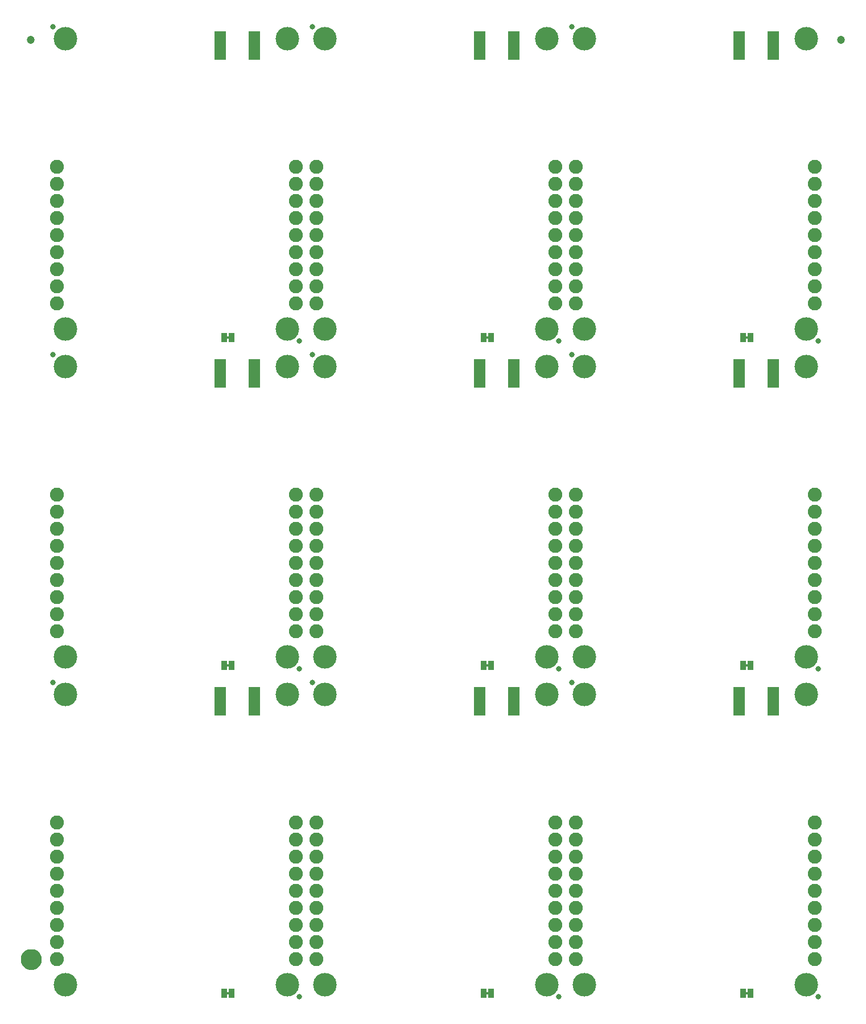
<source format=gbs>
G04 EAGLE Gerber RS-274X export*
G75*
%MOMM*%
%FSLAX34Y34*%
%LPD*%
%INSoldermask Bottom*%
%IPPOS*%
%AMOC8*
5,1,8,0,0,1.08239X$1,22.5*%
G01*
%ADD10C,0.838200*%
%ADD11C,3.505200*%
%ADD12R,0.863600X1.473200*%
%ADD13R,1.703200X4.203200*%
%ADD14C,2.082800*%
%ADD15C,1.203200*%
%ADD16C,1.270000*%
%ADD17C,1.703200*%

G36*
X1040830Y986167D02*
X1040830Y986167D01*
X1040896Y986169D01*
X1040939Y986187D01*
X1040986Y986195D01*
X1041043Y986229D01*
X1041103Y986254D01*
X1041138Y986285D01*
X1041179Y986310D01*
X1041221Y986361D01*
X1041269Y986405D01*
X1041291Y986447D01*
X1041320Y986484D01*
X1041341Y986546D01*
X1041372Y986605D01*
X1041380Y986659D01*
X1041392Y986696D01*
X1041391Y986736D01*
X1041399Y986790D01*
X1041399Y989330D01*
X1041388Y989395D01*
X1041386Y989461D01*
X1041368Y989504D01*
X1041360Y989551D01*
X1041326Y989608D01*
X1041301Y989668D01*
X1041270Y989703D01*
X1041245Y989744D01*
X1041194Y989786D01*
X1041150Y989834D01*
X1041108Y989856D01*
X1041071Y989885D01*
X1041009Y989906D01*
X1040950Y989937D01*
X1040896Y989945D01*
X1040859Y989957D01*
X1040819Y989956D01*
X1040765Y989964D01*
X1036955Y989964D01*
X1036890Y989953D01*
X1036824Y989951D01*
X1036781Y989933D01*
X1036734Y989925D01*
X1036677Y989891D01*
X1036617Y989866D01*
X1036582Y989835D01*
X1036541Y989810D01*
X1036500Y989759D01*
X1036451Y989715D01*
X1036429Y989673D01*
X1036400Y989636D01*
X1036379Y989574D01*
X1036348Y989515D01*
X1036340Y989461D01*
X1036328Y989424D01*
X1036328Y989421D01*
X1036329Y989384D01*
X1036321Y989330D01*
X1036321Y986790D01*
X1036332Y986725D01*
X1036334Y986659D01*
X1036352Y986616D01*
X1036360Y986569D01*
X1036394Y986512D01*
X1036419Y986452D01*
X1036450Y986417D01*
X1036475Y986376D01*
X1036526Y986335D01*
X1036570Y986286D01*
X1036612Y986264D01*
X1036649Y986235D01*
X1036711Y986214D01*
X1036770Y986183D01*
X1036824Y986175D01*
X1036861Y986163D01*
X1036901Y986164D01*
X1036955Y986156D01*
X1040765Y986156D01*
X1040830Y986167D01*
G37*
G36*
X654750Y986167D02*
X654750Y986167D01*
X654816Y986169D01*
X654859Y986187D01*
X654906Y986195D01*
X654963Y986229D01*
X655023Y986254D01*
X655058Y986285D01*
X655099Y986310D01*
X655141Y986361D01*
X655189Y986405D01*
X655211Y986447D01*
X655240Y986484D01*
X655261Y986546D01*
X655292Y986605D01*
X655300Y986659D01*
X655312Y986696D01*
X655311Y986736D01*
X655319Y986790D01*
X655319Y989330D01*
X655308Y989395D01*
X655306Y989461D01*
X655288Y989504D01*
X655280Y989551D01*
X655246Y989608D01*
X655221Y989668D01*
X655190Y989703D01*
X655165Y989744D01*
X655114Y989786D01*
X655070Y989834D01*
X655028Y989856D01*
X654991Y989885D01*
X654929Y989906D01*
X654870Y989937D01*
X654816Y989945D01*
X654779Y989957D01*
X654739Y989956D01*
X654685Y989964D01*
X650875Y989964D01*
X650810Y989953D01*
X650744Y989951D01*
X650701Y989933D01*
X650654Y989925D01*
X650597Y989891D01*
X650537Y989866D01*
X650502Y989835D01*
X650461Y989810D01*
X650420Y989759D01*
X650371Y989715D01*
X650349Y989673D01*
X650320Y989636D01*
X650299Y989574D01*
X650268Y989515D01*
X650260Y989461D01*
X650248Y989424D01*
X650248Y989421D01*
X650249Y989384D01*
X650241Y989330D01*
X650241Y986790D01*
X650252Y986725D01*
X650254Y986659D01*
X650272Y986616D01*
X650280Y986569D01*
X650314Y986512D01*
X650339Y986452D01*
X650370Y986417D01*
X650395Y986376D01*
X650446Y986335D01*
X650490Y986286D01*
X650532Y986264D01*
X650569Y986235D01*
X650631Y986214D01*
X650690Y986183D01*
X650744Y986175D01*
X650781Y986163D01*
X650821Y986164D01*
X650875Y986156D01*
X654685Y986156D01*
X654750Y986167D01*
G37*
G36*
X268670Y986167D02*
X268670Y986167D01*
X268736Y986169D01*
X268779Y986187D01*
X268826Y986195D01*
X268883Y986229D01*
X268943Y986254D01*
X268978Y986285D01*
X269019Y986310D01*
X269061Y986361D01*
X269109Y986405D01*
X269131Y986447D01*
X269160Y986484D01*
X269181Y986546D01*
X269212Y986605D01*
X269220Y986659D01*
X269232Y986696D01*
X269231Y986736D01*
X269239Y986790D01*
X269239Y989330D01*
X269228Y989395D01*
X269226Y989461D01*
X269208Y989504D01*
X269200Y989551D01*
X269166Y989608D01*
X269141Y989668D01*
X269110Y989703D01*
X269085Y989744D01*
X269034Y989786D01*
X268990Y989834D01*
X268948Y989856D01*
X268911Y989885D01*
X268849Y989906D01*
X268790Y989937D01*
X268736Y989945D01*
X268699Y989957D01*
X268659Y989956D01*
X268605Y989964D01*
X264795Y989964D01*
X264730Y989953D01*
X264664Y989951D01*
X264621Y989933D01*
X264574Y989925D01*
X264517Y989891D01*
X264457Y989866D01*
X264422Y989835D01*
X264381Y989810D01*
X264340Y989759D01*
X264291Y989715D01*
X264269Y989673D01*
X264240Y989636D01*
X264219Y989574D01*
X264188Y989515D01*
X264180Y989461D01*
X264168Y989424D01*
X264168Y989421D01*
X264169Y989384D01*
X264161Y989330D01*
X264161Y986790D01*
X264172Y986725D01*
X264174Y986659D01*
X264192Y986616D01*
X264200Y986569D01*
X264234Y986512D01*
X264259Y986452D01*
X264290Y986417D01*
X264315Y986376D01*
X264366Y986335D01*
X264410Y986286D01*
X264452Y986264D01*
X264489Y986235D01*
X264551Y986214D01*
X264610Y986183D01*
X264664Y986175D01*
X264701Y986163D01*
X264741Y986164D01*
X264795Y986156D01*
X268605Y986156D01*
X268670Y986167D01*
G37*
G36*
X1040830Y498487D02*
X1040830Y498487D01*
X1040896Y498489D01*
X1040939Y498507D01*
X1040986Y498515D01*
X1041043Y498549D01*
X1041103Y498574D01*
X1041138Y498605D01*
X1041179Y498630D01*
X1041221Y498681D01*
X1041269Y498725D01*
X1041291Y498767D01*
X1041320Y498804D01*
X1041341Y498866D01*
X1041372Y498925D01*
X1041380Y498979D01*
X1041392Y499016D01*
X1041391Y499056D01*
X1041399Y499110D01*
X1041399Y501650D01*
X1041388Y501715D01*
X1041386Y501781D01*
X1041368Y501824D01*
X1041360Y501871D01*
X1041326Y501928D01*
X1041301Y501988D01*
X1041270Y502023D01*
X1041245Y502064D01*
X1041194Y502106D01*
X1041150Y502154D01*
X1041108Y502176D01*
X1041071Y502205D01*
X1041009Y502226D01*
X1040950Y502257D01*
X1040896Y502265D01*
X1040859Y502277D01*
X1040819Y502276D01*
X1040765Y502284D01*
X1036955Y502284D01*
X1036890Y502273D01*
X1036824Y502271D01*
X1036781Y502253D01*
X1036734Y502245D01*
X1036677Y502211D01*
X1036617Y502186D01*
X1036582Y502155D01*
X1036541Y502130D01*
X1036500Y502079D01*
X1036451Y502035D01*
X1036429Y501993D01*
X1036400Y501956D01*
X1036379Y501894D01*
X1036348Y501835D01*
X1036340Y501781D01*
X1036328Y501744D01*
X1036328Y501741D01*
X1036329Y501704D01*
X1036321Y501650D01*
X1036321Y499110D01*
X1036332Y499045D01*
X1036334Y498979D01*
X1036352Y498936D01*
X1036360Y498889D01*
X1036394Y498832D01*
X1036419Y498772D01*
X1036450Y498737D01*
X1036475Y498696D01*
X1036526Y498655D01*
X1036570Y498606D01*
X1036612Y498584D01*
X1036649Y498555D01*
X1036711Y498534D01*
X1036770Y498503D01*
X1036824Y498495D01*
X1036861Y498483D01*
X1036901Y498484D01*
X1036955Y498476D01*
X1040765Y498476D01*
X1040830Y498487D01*
G37*
G36*
X654750Y498487D02*
X654750Y498487D01*
X654816Y498489D01*
X654859Y498507D01*
X654906Y498515D01*
X654963Y498549D01*
X655023Y498574D01*
X655058Y498605D01*
X655099Y498630D01*
X655141Y498681D01*
X655189Y498725D01*
X655211Y498767D01*
X655240Y498804D01*
X655261Y498866D01*
X655292Y498925D01*
X655300Y498979D01*
X655312Y499016D01*
X655311Y499056D01*
X655319Y499110D01*
X655319Y501650D01*
X655308Y501715D01*
X655306Y501781D01*
X655288Y501824D01*
X655280Y501871D01*
X655246Y501928D01*
X655221Y501988D01*
X655190Y502023D01*
X655165Y502064D01*
X655114Y502106D01*
X655070Y502154D01*
X655028Y502176D01*
X654991Y502205D01*
X654929Y502226D01*
X654870Y502257D01*
X654816Y502265D01*
X654779Y502277D01*
X654739Y502276D01*
X654685Y502284D01*
X650875Y502284D01*
X650810Y502273D01*
X650744Y502271D01*
X650701Y502253D01*
X650654Y502245D01*
X650597Y502211D01*
X650537Y502186D01*
X650502Y502155D01*
X650461Y502130D01*
X650420Y502079D01*
X650371Y502035D01*
X650349Y501993D01*
X650320Y501956D01*
X650299Y501894D01*
X650268Y501835D01*
X650260Y501781D01*
X650248Y501744D01*
X650248Y501741D01*
X650249Y501704D01*
X650241Y501650D01*
X650241Y499110D01*
X650252Y499045D01*
X650254Y498979D01*
X650272Y498936D01*
X650280Y498889D01*
X650314Y498832D01*
X650339Y498772D01*
X650370Y498737D01*
X650395Y498696D01*
X650446Y498655D01*
X650490Y498606D01*
X650532Y498584D01*
X650569Y498555D01*
X650631Y498534D01*
X650690Y498503D01*
X650744Y498495D01*
X650781Y498483D01*
X650821Y498484D01*
X650875Y498476D01*
X654685Y498476D01*
X654750Y498487D01*
G37*
G36*
X268670Y498487D02*
X268670Y498487D01*
X268736Y498489D01*
X268779Y498507D01*
X268826Y498515D01*
X268883Y498549D01*
X268943Y498574D01*
X268978Y498605D01*
X269019Y498630D01*
X269061Y498681D01*
X269109Y498725D01*
X269131Y498767D01*
X269160Y498804D01*
X269181Y498866D01*
X269212Y498925D01*
X269220Y498979D01*
X269232Y499016D01*
X269231Y499056D01*
X269239Y499110D01*
X269239Y501650D01*
X269228Y501715D01*
X269226Y501781D01*
X269208Y501824D01*
X269200Y501871D01*
X269166Y501928D01*
X269141Y501988D01*
X269110Y502023D01*
X269085Y502064D01*
X269034Y502106D01*
X268990Y502154D01*
X268948Y502176D01*
X268911Y502205D01*
X268849Y502226D01*
X268790Y502257D01*
X268736Y502265D01*
X268699Y502277D01*
X268659Y502276D01*
X268605Y502284D01*
X264795Y502284D01*
X264730Y502273D01*
X264664Y502271D01*
X264621Y502253D01*
X264574Y502245D01*
X264517Y502211D01*
X264457Y502186D01*
X264422Y502155D01*
X264381Y502130D01*
X264340Y502079D01*
X264291Y502035D01*
X264269Y501993D01*
X264240Y501956D01*
X264219Y501894D01*
X264188Y501835D01*
X264180Y501781D01*
X264168Y501744D01*
X264168Y501741D01*
X264169Y501704D01*
X264161Y501650D01*
X264161Y499110D01*
X264172Y499045D01*
X264174Y498979D01*
X264192Y498936D01*
X264200Y498889D01*
X264234Y498832D01*
X264259Y498772D01*
X264290Y498737D01*
X264315Y498696D01*
X264366Y498655D01*
X264410Y498606D01*
X264452Y498584D01*
X264489Y498555D01*
X264551Y498534D01*
X264610Y498503D01*
X264664Y498495D01*
X264701Y498483D01*
X264741Y498484D01*
X264795Y498476D01*
X268605Y498476D01*
X268670Y498487D01*
G37*
G36*
X1040830Y10807D02*
X1040830Y10807D01*
X1040896Y10809D01*
X1040939Y10827D01*
X1040986Y10835D01*
X1041043Y10869D01*
X1041103Y10894D01*
X1041138Y10925D01*
X1041179Y10950D01*
X1041221Y11001D01*
X1041269Y11045D01*
X1041291Y11087D01*
X1041320Y11124D01*
X1041341Y11186D01*
X1041372Y11245D01*
X1041380Y11299D01*
X1041392Y11336D01*
X1041391Y11376D01*
X1041399Y11430D01*
X1041399Y13970D01*
X1041388Y14035D01*
X1041386Y14101D01*
X1041368Y14144D01*
X1041360Y14191D01*
X1041326Y14248D01*
X1041301Y14308D01*
X1041270Y14343D01*
X1041245Y14384D01*
X1041194Y14426D01*
X1041150Y14474D01*
X1041108Y14496D01*
X1041071Y14525D01*
X1041009Y14546D01*
X1040950Y14577D01*
X1040896Y14585D01*
X1040859Y14597D01*
X1040819Y14596D01*
X1040765Y14604D01*
X1036955Y14604D01*
X1036890Y14593D01*
X1036824Y14591D01*
X1036781Y14573D01*
X1036734Y14565D01*
X1036677Y14531D01*
X1036617Y14506D01*
X1036582Y14475D01*
X1036541Y14450D01*
X1036500Y14399D01*
X1036451Y14355D01*
X1036429Y14313D01*
X1036400Y14276D01*
X1036379Y14214D01*
X1036348Y14155D01*
X1036340Y14101D01*
X1036328Y14064D01*
X1036328Y14061D01*
X1036329Y14024D01*
X1036321Y13970D01*
X1036321Y11430D01*
X1036332Y11365D01*
X1036334Y11299D01*
X1036352Y11256D01*
X1036360Y11209D01*
X1036394Y11152D01*
X1036419Y11092D01*
X1036450Y11057D01*
X1036475Y11016D01*
X1036526Y10975D01*
X1036570Y10926D01*
X1036612Y10904D01*
X1036649Y10875D01*
X1036711Y10854D01*
X1036770Y10823D01*
X1036824Y10815D01*
X1036861Y10803D01*
X1036901Y10804D01*
X1036955Y10796D01*
X1040765Y10796D01*
X1040830Y10807D01*
G37*
G36*
X654750Y10807D02*
X654750Y10807D01*
X654816Y10809D01*
X654859Y10827D01*
X654906Y10835D01*
X654963Y10869D01*
X655023Y10894D01*
X655058Y10925D01*
X655099Y10950D01*
X655141Y11001D01*
X655189Y11045D01*
X655211Y11087D01*
X655240Y11124D01*
X655261Y11186D01*
X655292Y11245D01*
X655300Y11299D01*
X655312Y11336D01*
X655311Y11376D01*
X655319Y11430D01*
X655319Y13970D01*
X655308Y14035D01*
X655306Y14101D01*
X655288Y14144D01*
X655280Y14191D01*
X655246Y14248D01*
X655221Y14308D01*
X655190Y14343D01*
X655165Y14384D01*
X655114Y14426D01*
X655070Y14474D01*
X655028Y14496D01*
X654991Y14525D01*
X654929Y14546D01*
X654870Y14577D01*
X654816Y14585D01*
X654779Y14597D01*
X654739Y14596D01*
X654685Y14604D01*
X650875Y14604D01*
X650810Y14593D01*
X650744Y14591D01*
X650701Y14573D01*
X650654Y14565D01*
X650597Y14531D01*
X650537Y14506D01*
X650502Y14475D01*
X650461Y14450D01*
X650420Y14399D01*
X650371Y14355D01*
X650349Y14313D01*
X650320Y14276D01*
X650299Y14214D01*
X650268Y14155D01*
X650260Y14101D01*
X650248Y14064D01*
X650248Y14061D01*
X650249Y14024D01*
X650241Y13970D01*
X650241Y11430D01*
X650252Y11365D01*
X650254Y11299D01*
X650272Y11256D01*
X650280Y11209D01*
X650314Y11152D01*
X650339Y11092D01*
X650370Y11057D01*
X650395Y11016D01*
X650446Y10975D01*
X650490Y10926D01*
X650532Y10904D01*
X650569Y10875D01*
X650631Y10854D01*
X650690Y10823D01*
X650744Y10815D01*
X650781Y10803D01*
X650821Y10804D01*
X650875Y10796D01*
X654685Y10796D01*
X654750Y10807D01*
G37*
G36*
X268670Y10807D02*
X268670Y10807D01*
X268736Y10809D01*
X268779Y10827D01*
X268826Y10835D01*
X268883Y10869D01*
X268943Y10894D01*
X268978Y10925D01*
X269019Y10950D01*
X269061Y11001D01*
X269109Y11045D01*
X269131Y11087D01*
X269160Y11124D01*
X269181Y11186D01*
X269212Y11245D01*
X269220Y11299D01*
X269232Y11336D01*
X269231Y11376D01*
X269239Y11430D01*
X269239Y13970D01*
X269228Y14035D01*
X269226Y14101D01*
X269208Y14144D01*
X269200Y14191D01*
X269166Y14248D01*
X269141Y14308D01*
X269110Y14343D01*
X269085Y14384D01*
X269034Y14426D01*
X268990Y14474D01*
X268948Y14496D01*
X268911Y14525D01*
X268849Y14546D01*
X268790Y14577D01*
X268736Y14585D01*
X268699Y14597D01*
X268659Y14596D01*
X268605Y14604D01*
X264795Y14604D01*
X264730Y14593D01*
X264664Y14591D01*
X264621Y14573D01*
X264574Y14565D01*
X264517Y14531D01*
X264457Y14506D01*
X264422Y14475D01*
X264381Y14450D01*
X264340Y14399D01*
X264291Y14355D01*
X264269Y14313D01*
X264240Y14276D01*
X264219Y14214D01*
X264188Y14155D01*
X264180Y14101D01*
X264168Y14064D01*
X264168Y14061D01*
X264169Y14024D01*
X264161Y13970D01*
X264161Y11430D01*
X264172Y11365D01*
X264174Y11299D01*
X264192Y11256D01*
X264200Y11209D01*
X264234Y11152D01*
X264259Y11092D01*
X264290Y11057D01*
X264315Y11016D01*
X264366Y10975D01*
X264410Y10926D01*
X264452Y10904D01*
X264489Y10875D01*
X264551Y10854D01*
X264610Y10823D01*
X264664Y10815D01*
X264701Y10803D01*
X264741Y10804D01*
X264795Y10796D01*
X268605Y10796D01*
X268670Y10807D01*
G37*
D10*
X373380Y7620D03*
X6350Y474980D03*
D11*
X25400Y457200D03*
X25400Y25400D03*
X355600Y457200D03*
X355600Y25400D03*
D12*
X261493Y12700D03*
X271907Y12700D03*
D13*
X255270Y447040D03*
X306070Y447040D03*
D14*
X368300Y266700D03*
X368300Y241300D03*
X368300Y215900D03*
X368300Y190500D03*
X368300Y165100D03*
X368300Y139700D03*
X368300Y114300D03*
X368300Y88900D03*
X368300Y63500D03*
X12700Y266700D03*
X12700Y241300D03*
X12700Y215900D03*
X12700Y190500D03*
X12700Y165100D03*
X12700Y139700D03*
X12700Y114300D03*
X12700Y88900D03*
X12700Y63500D03*
D10*
X759460Y7620D03*
X392430Y474980D03*
D11*
X411480Y457200D03*
X411480Y25400D03*
X741680Y457200D03*
X741680Y25400D03*
D12*
X647573Y12700D03*
X657987Y12700D03*
D13*
X641350Y447040D03*
X692150Y447040D03*
D14*
X754380Y266700D03*
X754380Y241300D03*
X754380Y215900D03*
X754380Y190500D03*
X754380Y165100D03*
X754380Y139700D03*
X754380Y114300D03*
X754380Y88900D03*
X754380Y63500D03*
X398780Y266700D03*
X398780Y241300D03*
X398780Y215900D03*
X398780Y190500D03*
X398780Y165100D03*
X398780Y139700D03*
X398780Y114300D03*
X398780Y88900D03*
X398780Y63500D03*
D10*
X1145540Y7620D03*
X778510Y474980D03*
D11*
X797560Y457200D03*
X797560Y25400D03*
X1127760Y457200D03*
X1127760Y25400D03*
D12*
X1033653Y12700D03*
X1044067Y12700D03*
D13*
X1027430Y447040D03*
X1078230Y447040D03*
D14*
X1140460Y266700D03*
X1140460Y241300D03*
X1140460Y215900D03*
X1140460Y190500D03*
X1140460Y165100D03*
X1140460Y139700D03*
X1140460Y114300D03*
X1140460Y88900D03*
X1140460Y63500D03*
X784860Y266700D03*
X784860Y241300D03*
X784860Y215900D03*
X784860Y190500D03*
X784860Y165100D03*
X784860Y139700D03*
X784860Y114300D03*
X784860Y88900D03*
X784860Y63500D03*
D10*
X373380Y495300D03*
X6350Y962660D03*
D11*
X25400Y944880D03*
X25400Y513080D03*
X355600Y944880D03*
X355600Y513080D03*
D12*
X261493Y500380D03*
X271907Y500380D03*
D13*
X255270Y934720D03*
X306070Y934720D03*
D14*
X368300Y754380D03*
X368300Y728980D03*
X368300Y703580D03*
X368300Y678180D03*
X368300Y652780D03*
X368300Y627380D03*
X368300Y601980D03*
X368300Y576580D03*
X368300Y551180D03*
X12700Y754380D03*
X12700Y728980D03*
X12700Y703580D03*
X12700Y678180D03*
X12700Y652780D03*
X12700Y627380D03*
X12700Y601980D03*
X12700Y576580D03*
X12700Y551180D03*
D10*
X759460Y495300D03*
X392430Y962660D03*
D11*
X411480Y944880D03*
X411480Y513080D03*
X741680Y944880D03*
X741680Y513080D03*
D12*
X647573Y500380D03*
X657987Y500380D03*
D13*
X641350Y934720D03*
X692150Y934720D03*
D14*
X754380Y754380D03*
X754380Y728980D03*
X754380Y703580D03*
X754380Y678180D03*
X754380Y652780D03*
X754380Y627380D03*
X754380Y601980D03*
X754380Y576580D03*
X754380Y551180D03*
X398780Y754380D03*
X398780Y728980D03*
X398780Y703580D03*
X398780Y678180D03*
X398780Y652780D03*
X398780Y627380D03*
X398780Y601980D03*
X398780Y576580D03*
X398780Y551180D03*
D10*
X1145540Y495300D03*
X778510Y962660D03*
D11*
X797560Y944880D03*
X797560Y513080D03*
X1127760Y944880D03*
X1127760Y513080D03*
D12*
X1033653Y500380D03*
X1044067Y500380D03*
D13*
X1027430Y934720D03*
X1078230Y934720D03*
D14*
X1140460Y754380D03*
X1140460Y728980D03*
X1140460Y703580D03*
X1140460Y678180D03*
X1140460Y652780D03*
X1140460Y627380D03*
X1140460Y601980D03*
X1140460Y576580D03*
X1140460Y551180D03*
X784860Y754380D03*
X784860Y728980D03*
X784860Y703580D03*
X784860Y678180D03*
X784860Y652780D03*
X784860Y627380D03*
X784860Y601980D03*
X784860Y576580D03*
X784860Y551180D03*
D10*
X373380Y982980D03*
X6350Y1450340D03*
D11*
X25400Y1432560D03*
X25400Y1000760D03*
X355600Y1432560D03*
X355600Y1000760D03*
D12*
X261493Y988060D03*
X271907Y988060D03*
D13*
X255270Y1422400D03*
X306070Y1422400D03*
D14*
X368300Y1242060D03*
X368300Y1216660D03*
X368300Y1191260D03*
X368300Y1165860D03*
X368300Y1140460D03*
X368300Y1115060D03*
X368300Y1089660D03*
X368300Y1064260D03*
X368300Y1038860D03*
X12700Y1242060D03*
X12700Y1216660D03*
X12700Y1191260D03*
X12700Y1165860D03*
X12700Y1140460D03*
X12700Y1115060D03*
X12700Y1089660D03*
X12700Y1064260D03*
X12700Y1038860D03*
D10*
X759460Y982980D03*
X392430Y1450340D03*
D11*
X411480Y1432560D03*
X411480Y1000760D03*
X741680Y1432560D03*
X741680Y1000760D03*
D12*
X647573Y988060D03*
X657987Y988060D03*
D13*
X641350Y1422400D03*
X692150Y1422400D03*
D14*
X754380Y1242060D03*
X754380Y1216660D03*
X754380Y1191260D03*
X754380Y1165860D03*
X754380Y1140460D03*
X754380Y1115060D03*
X754380Y1089660D03*
X754380Y1064260D03*
X754380Y1038860D03*
X398780Y1242060D03*
X398780Y1216660D03*
X398780Y1191260D03*
X398780Y1165860D03*
X398780Y1140460D03*
X398780Y1115060D03*
X398780Y1089660D03*
X398780Y1064260D03*
X398780Y1038860D03*
D10*
X1145540Y982980D03*
X778510Y1450340D03*
D11*
X797560Y1432560D03*
X797560Y1000760D03*
X1127760Y1432560D03*
X1127760Y1000760D03*
D12*
X1033653Y988060D03*
X1044067Y988060D03*
D13*
X1027430Y1422400D03*
X1078230Y1422400D03*
D14*
X1140460Y1242060D03*
X1140460Y1216660D03*
X1140460Y1191260D03*
X1140460Y1165860D03*
X1140460Y1140460D03*
X1140460Y1115060D03*
X1140460Y1089660D03*
X1140460Y1064260D03*
X1140460Y1038860D03*
X784860Y1242060D03*
X784860Y1216660D03*
X784860Y1191260D03*
X784860Y1165860D03*
X784860Y1140460D03*
X784860Y1115060D03*
X784860Y1089660D03*
X784860Y1064260D03*
X784860Y1038860D03*
D15*
X-26238Y1431290D03*
X1179398Y1431290D03*
D16*
X-35293Y63500D02*
X-35290Y63722D01*
X-35282Y63944D01*
X-35268Y64166D01*
X-35249Y64388D01*
X-35225Y64608D01*
X-35195Y64829D01*
X-35160Y65048D01*
X-35119Y65267D01*
X-35073Y65484D01*
X-35022Y65700D01*
X-34965Y65915D01*
X-34903Y66129D01*
X-34836Y66340D01*
X-34764Y66551D01*
X-34686Y66759D01*
X-34604Y66965D01*
X-34516Y67169D01*
X-34424Y67372D01*
X-34326Y67571D01*
X-34224Y67768D01*
X-34117Y67963D01*
X-34005Y68155D01*
X-33888Y68344D01*
X-33767Y68531D01*
X-33641Y68714D01*
X-33511Y68894D01*
X-33376Y69071D01*
X-33238Y69244D01*
X-33095Y69414D01*
X-32947Y69581D01*
X-32796Y69744D01*
X-32641Y69903D01*
X-32482Y70058D01*
X-32319Y70209D01*
X-32152Y70357D01*
X-31982Y70500D01*
X-31809Y70638D01*
X-31632Y70773D01*
X-31452Y70903D01*
X-31269Y71029D01*
X-31082Y71150D01*
X-30893Y71267D01*
X-30701Y71379D01*
X-30506Y71486D01*
X-30309Y71588D01*
X-30110Y71686D01*
X-29907Y71778D01*
X-29703Y71866D01*
X-29497Y71948D01*
X-29289Y72026D01*
X-29078Y72098D01*
X-28867Y72165D01*
X-28653Y72227D01*
X-28438Y72284D01*
X-28222Y72335D01*
X-28005Y72381D01*
X-27786Y72422D01*
X-27567Y72457D01*
X-27346Y72487D01*
X-27126Y72511D01*
X-26904Y72530D01*
X-26682Y72544D01*
X-26460Y72552D01*
X-26238Y72555D01*
X-26016Y72552D01*
X-25794Y72544D01*
X-25572Y72530D01*
X-25350Y72511D01*
X-25130Y72487D01*
X-24909Y72457D01*
X-24690Y72422D01*
X-24471Y72381D01*
X-24254Y72335D01*
X-24038Y72284D01*
X-23823Y72227D01*
X-23609Y72165D01*
X-23398Y72098D01*
X-23187Y72026D01*
X-22979Y71948D01*
X-22773Y71866D01*
X-22569Y71778D01*
X-22366Y71686D01*
X-22167Y71588D01*
X-21970Y71486D01*
X-21775Y71379D01*
X-21583Y71267D01*
X-21394Y71150D01*
X-21207Y71029D01*
X-21024Y70903D01*
X-20844Y70773D01*
X-20667Y70638D01*
X-20494Y70500D01*
X-20324Y70357D01*
X-20157Y70209D01*
X-19994Y70058D01*
X-19835Y69903D01*
X-19680Y69744D01*
X-19529Y69581D01*
X-19381Y69414D01*
X-19238Y69244D01*
X-19100Y69071D01*
X-18965Y68894D01*
X-18835Y68714D01*
X-18709Y68531D01*
X-18588Y68344D01*
X-18471Y68155D01*
X-18359Y67963D01*
X-18252Y67768D01*
X-18150Y67571D01*
X-18052Y67372D01*
X-17960Y67169D01*
X-17872Y66965D01*
X-17790Y66759D01*
X-17712Y66551D01*
X-17640Y66340D01*
X-17573Y66129D01*
X-17511Y65915D01*
X-17454Y65700D01*
X-17403Y65484D01*
X-17357Y65267D01*
X-17316Y65048D01*
X-17281Y64829D01*
X-17251Y64608D01*
X-17227Y64388D01*
X-17208Y64166D01*
X-17194Y63944D01*
X-17186Y63722D01*
X-17183Y63500D01*
X-17186Y63278D01*
X-17194Y63056D01*
X-17208Y62834D01*
X-17227Y62612D01*
X-17251Y62392D01*
X-17281Y62171D01*
X-17316Y61952D01*
X-17357Y61733D01*
X-17403Y61516D01*
X-17454Y61300D01*
X-17511Y61085D01*
X-17573Y60871D01*
X-17640Y60660D01*
X-17712Y60449D01*
X-17790Y60241D01*
X-17872Y60035D01*
X-17960Y59831D01*
X-18052Y59628D01*
X-18150Y59429D01*
X-18252Y59232D01*
X-18359Y59037D01*
X-18471Y58845D01*
X-18588Y58656D01*
X-18709Y58469D01*
X-18835Y58286D01*
X-18965Y58106D01*
X-19100Y57929D01*
X-19238Y57756D01*
X-19381Y57586D01*
X-19529Y57419D01*
X-19680Y57256D01*
X-19835Y57097D01*
X-19994Y56942D01*
X-20157Y56791D01*
X-20324Y56643D01*
X-20494Y56500D01*
X-20667Y56362D01*
X-20844Y56227D01*
X-21024Y56097D01*
X-21207Y55971D01*
X-21394Y55850D01*
X-21583Y55733D01*
X-21775Y55621D01*
X-21970Y55514D01*
X-22167Y55412D01*
X-22366Y55314D01*
X-22569Y55222D01*
X-22773Y55134D01*
X-22979Y55052D01*
X-23187Y54974D01*
X-23398Y54902D01*
X-23609Y54835D01*
X-23823Y54773D01*
X-24038Y54716D01*
X-24254Y54665D01*
X-24471Y54619D01*
X-24690Y54578D01*
X-24909Y54543D01*
X-25130Y54513D01*
X-25350Y54489D01*
X-25572Y54470D01*
X-25794Y54456D01*
X-26016Y54448D01*
X-26238Y54445D01*
X-26460Y54448D01*
X-26682Y54456D01*
X-26904Y54470D01*
X-27126Y54489D01*
X-27346Y54513D01*
X-27567Y54543D01*
X-27786Y54578D01*
X-28005Y54619D01*
X-28222Y54665D01*
X-28438Y54716D01*
X-28653Y54773D01*
X-28867Y54835D01*
X-29078Y54902D01*
X-29289Y54974D01*
X-29497Y55052D01*
X-29703Y55134D01*
X-29907Y55222D01*
X-30110Y55314D01*
X-30309Y55412D01*
X-30506Y55514D01*
X-30701Y55621D01*
X-30893Y55733D01*
X-31082Y55850D01*
X-31269Y55971D01*
X-31452Y56097D01*
X-31632Y56227D01*
X-31809Y56362D01*
X-31982Y56500D01*
X-32152Y56643D01*
X-32319Y56791D01*
X-32482Y56942D01*
X-32641Y57097D01*
X-32796Y57256D01*
X-32947Y57419D01*
X-33095Y57586D01*
X-33238Y57756D01*
X-33376Y57929D01*
X-33511Y58106D01*
X-33641Y58286D01*
X-33767Y58469D01*
X-33888Y58656D01*
X-34005Y58845D01*
X-34117Y59037D01*
X-34224Y59232D01*
X-34326Y59429D01*
X-34424Y59628D01*
X-34516Y59831D01*
X-34604Y60035D01*
X-34686Y60241D01*
X-34764Y60449D01*
X-34836Y60660D01*
X-34903Y60871D01*
X-34965Y61085D01*
X-35022Y61300D01*
X-35073Y61516D01*
X-35119Y61733D01*
X-35160Y61952D01*
X-35195Y62171D01*
X-35225Y62392D01*
X-35249Y62612D01*
X-35268Y62834D01*
X-35282Y63056D01*
X-35290Y63278D01*
X-35293Y63500D01*
D17*
X-26238Y63500D03*
M02*

</source>
